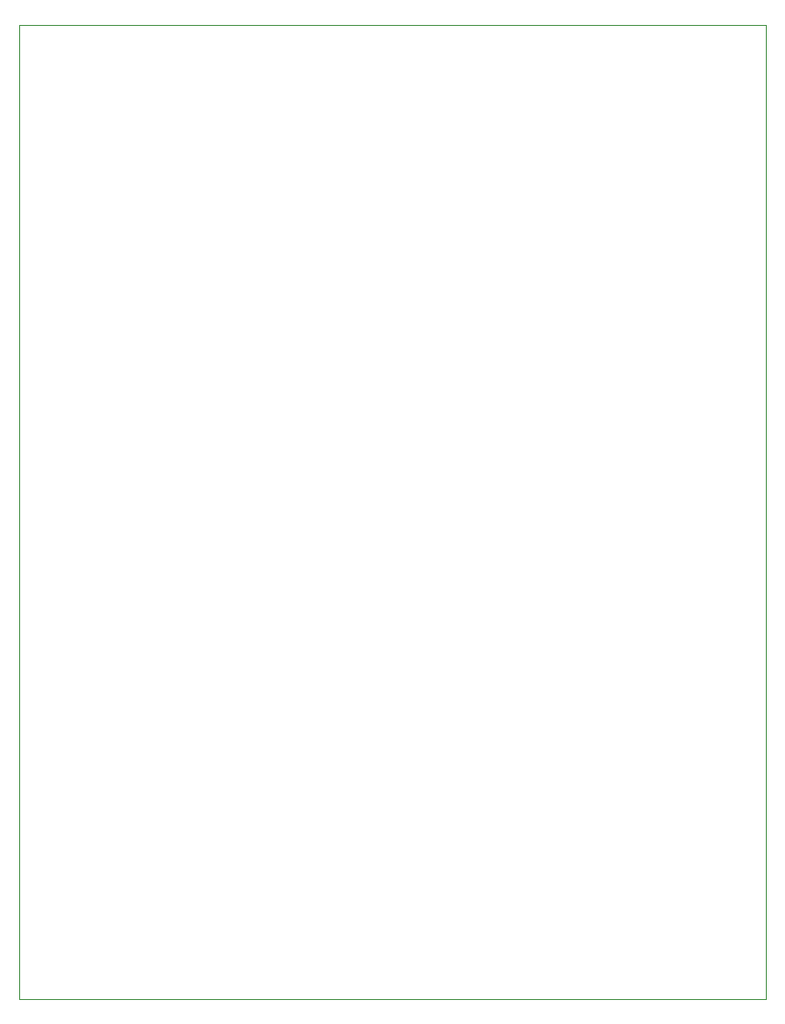
<source format=gbr>
%TF.GenerationSoftware,KiCad,Pcbnew,8.0.8*%
%TF.CreationDate,2025-02-04T22:00:34-05:00*%
%TF.ProjectId,lysimeter-pcb,6c797369-6d65-4746-9572-2d7063622e6b,rev?*%
%TF.SameCoordinates,Original*%
%TF.FileFunction,Profile,NP*%
%FSLAX46Y46*%
G04 Gerber Fmt 4.6, Leading zero omitted, Abs format (unit mm)*
G04 Created by KiCad (PCBNEW 8.0.8) date 2025-02-04 22:00:34*
%MOMM*%
%LPD*%
G01*
G04 APERTURE LIST*
%TA.AperFunction,Profile*%
%ADD10C,0.050000*%
%TD*%
G04 APERTURE END LIST*
D10*
X116000000Y-53500000D02*
X182000000Y-53500000D01*
X182000000Y-139500000D01*
X116000000Y-139500000D01*
X116000000Y-53500000D01*
M02*

</source>
